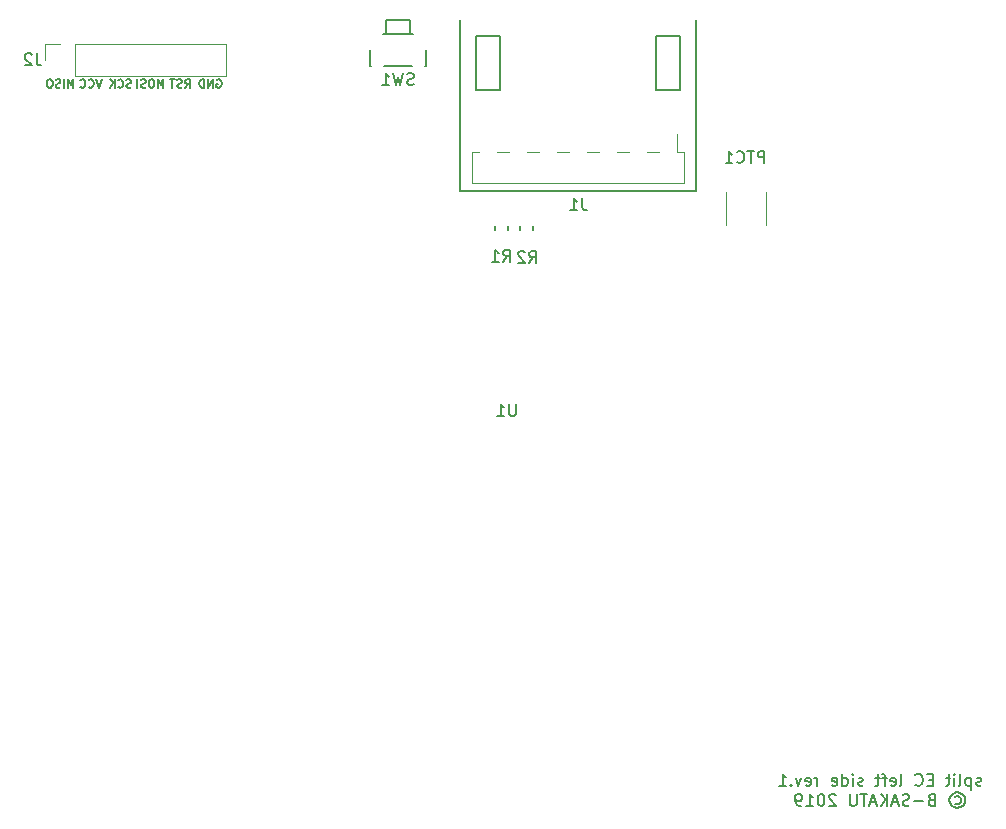
<source format=gbo>
G04 #@! TF.GenerationSoftware,KiCad,Pcbnew,(5.1.0-0)*
G04 #@! TF.CreationDate,2019-05-12T16:12:14+09:00*
G04 #@! TF.ProjectId,split_EC_left,73706c69-745f-4454-935f-6c6566742e6b,rev?*
G04 #@! TF.SameCoordinates,Original*
G04 #@! TF.FileFunction,Legend,Bot*
G04 #@! TF.FilePolarity,Positive*
%FSLAX46Y46*%
G04 Gerber Fmt 4.6, Leading zero omitted, Abs format (unit mm)*
G04 Created by KiCad (PCBNEW (5.1.0-0)) date 2019-05-12 16:12:14*
%MOMM*%
%LPD*%
G04 APERTURE LIST*
%ADD10C,0.200000*%
%ADD11C,0.120000*%
%ADD12C,0.150000*%
G04 APERTURE END LIST*
D10*
X153047619Y-105379761D02*
X152952380Y-105427380D01*
X152761904Y-105427380D01*
X152666666Y-105379761D01*
X152619047Y-105284523D01*
X152619047Y-105236904D01*
X152666666Y-105141666D01*
X152761904Y-105094047D01*
X152904761Y-105094047D01*
X153000000Y-105046428D01*
X153047619Y-104951190D01*
X153047619Y-104903571D01*
X153000000Y-104808333D01*
X152904761Y-104760714D01*
X152761904Y-104760714D01*
X152666666Y-104808333D01*
X152190476Y-104760714D02*
X152190476Y-105760714D01*
X152190476Y-104808333D02*
X152095238Y-104760714D01*
X151904761Y-104760714D01*
X151809523Y-104808333D01*
X151761904Y-104855952D01*
X151714285Y-104951190D01*
X151714285Y-105236904D01*
X151761904Y-105332142D01*
X151809523Y-105379761D01*
X151904761Y-105427380D01*
X152095238Y-105427380D01*
X152190476Y-105379761D01*
X151142857Y-105427380D02*
X151238095Y-105379761D01*
X151285714Y-105284523D01*
X151285714Y-104427380D01*
X150761904Y-105427380D02*
X150761904Y-104760714D01*
X150761904Y-104427380D02*
X150809523Y-104475000D01*
X150761904Y-104522619D01*
X150714285Y-104475000D01*
X150761904Y-104427380D01*
X150761904Y-104522619D01*
X150428571Y-104760714D02*
X150047619Y-104760714D01*
X150285714Y-104427380D02*
X150285714Y-105284523D01*
X150238095Y-105379761D01*
X150142857Y-105427380D01*
X150047619Y-105427380D01*
X148952380Y-104903571D02*
X148619047Y-104903571D01*
X148476190Y-105427380D02*
X148952380Y-105427380D01*
X148952380Y-104427380D01*
X148476190Y-104427380D01*
X147476190Y-105332142D02*
X147523809Y-105379761D01*
X147666666Y-105427380D01*
X147761904Y-105427380D01*
X147904761Y-105379761D01*
X148000000Y-105284523D01*
X148047619Y-105189285D01*
X148095238Y-104998809D01*
X148095238Y-104855952D01*
X148047619Y-104665476D01*
X148000000Y-104570238D01*
X147904761Y-104475000D01*
X147761904Y-104427380D01*
X147666666Y-104427380D01*
X147523809Y-104475000D01*
X147476190Y-104522619D01*
X146142857Y-105427380D02*
X146238095Y-105379761D01*
X146285714Y-105284523D01*
X146285714Y-104427380D01*
X145380952Y-105379761D02*
X145476190Y-105427380D01*
X145666666Y-105427380D01*
X145761904Y-105379761D01*
X145809523Y-105284523D01*
X145809523Y-104903571D01*
X145761904Y-104808333D01*
X145666666Y-104760714D01*
X145476190Y-104760714D01*
X145380952Y-104808333D01*
X145333333Y-104903571D01*
X145333333Y-104998809D01*
X145809523Y-105094047D01*
X145047619Y-104760714D02*
X144666666Y-104760714D01*
X144904761Y-105427380D02*
X144904761Y-104570238D01*
X144857142Y-104475000D01*
X144761904Y-104427380D01*
X144666666Y-104427380D01*
X144476190Y-104760714D02*
X144095238Y-104760714D01*
X144333333Y-104427380D02*
X144333333Y-105284523D01*
X144285714Y-105379761D01*
X144190476Y-105427380D01*
X144095238Y-105427380D01*
X143047619Y-105379761D02*
X142952380Y-105427380D01*
X142761904Y-105427380D01*
X142666666Y-105379761D01*
X142619047Y-105284523D01*
X142619047Y-105236904D01*
X142666666Y-105141666D01*
X142761904Y-105094047D01*
X142904761Y-105094047D01*
X143000000Y-105046428D01*
X143047619Y-104951190D01*
X143047619Y-104903571D01*
X143000000Y-104808333D01*
X142904761Y-104760714D01*
X142761904Y-104760714D01*
X142666666Y-104808333D01*
X142190476Y-105427380D02*
X142190476Y-104760714D01*
X142190476Y-104427380D02*
X142238095Y-104475000D01*
X142190476Y-104522619D01*
X142142857Y-104475000D01*
X142190476Y-104427380D01*
X142190476Y-104522619D01*
X141285714Y-105427380D02*
X141285714Y-104427380D01*
X141285714Y-105379761D02*
X141380952Y-105427380D01*
X141571428Y-105427380D01*
X141666666Y-105379761D01*
X141714285Y-105332142D01*
X141761904Y-105236904D01*
X141761904Y-104951190D01*
X141714285Y-104855952D01*
X141666666Y-104808333D01*
X141571428Y-104760714D01*
X141380952Y-104760714D01*
X141285714Y-104808333D01*
X140428571Y-105379761D02*
X140523809Y-105427380D01*
X140714285Y-105427380D01*
X140809523Y-105379761D01*
X140857142Y-105284523D01*
X140857142Y-104903571D01*
X140809523Y-104808333D01*
X140714285Y-104760714D01*
X140523809Y-104760714D01*
X140428571Y-104808333D01*
X140380952Y-104903571D01*
X140380952Y-104998809D01*
X140857142Y-105094047D01*
X139190476Y-105427380D02*
X139190476Y-104760714D01*
X139190476Y-104951190D02*
X139142857Y-104855952D01*
X139095238Y-104808333D01*
X139000000Y-104760714D01*
X138904761Y-104760714D01*
X138190476Y-105379761D02*
X138285714Y-105427380D01*
X138476190Y-105427380D01*
X138571428Y-105379761D01*
X138619047Y-105284523D01*
X138619047Y-104903571D01*
X138571428Y-104808333D01*
X138476190Y-104760714D01*
X138285714Y-104760714D01*
X138190476Y-104808333D01*
X138142857Y-104903571D01*
X138142857Y-104998809D01*
X138619047Y-105094047D01*
X137809523Y-104760714D02*
X137571428Y-105427380D01*
X137333333Y-104760714D01*
X136952380Y-105332142D02*
X136904761Y-105379761D01*
X136952380Y-105427380D01*
X137000000Y-105379761D01*
X136952380Y-105332142D01*
X136952380Y-105427380D01*
X135952380Y-105427380D02*
X136523809Y-105427380D01*
X136238095Y-105427380D02*
X136238095Y-104427380D01*
X136333333Y-104570238D01*
X136428571Y-104665476D01*
X136523809Y-104713095D01*
X150833333Y-106365476D02*
X150928571Y-106317857D01*
X151119047Y-106317857D01*
X151214285Y-106365476D01*
X151309523Y-106460714D01*
X151357142Y-106555952D01*
X151357142Y-106746428D01*
X151309523Y-106841666D01*
X151214285Y-106936904D01*
X151119047Y-106984523D01*
X150928571Y-106984523D01*
X150833333Y-106936904D01*
X151023809Y-105984523D02*
X151261904Y-106032142D01*
X151500000Y-106175000D01*
X151642857Y-106413095D01*
X151690476Y-106651190D01*
X151642857Y-106889285D01*
X151500000Y-107127380D01*
X151261904Y-107270238D01*
X151023809Y-107317857D01*
X150785714Y-107270238D01*
X150547619Y-107127380D01*
X150404761Y-106889285D01*
X150357142Y-106651190D01*
X150404761Y-106413095D01*
X150547619Y-106175000D01*
X150785714Y-106032142D01*
X151023809Y-105984523D01*
X148833333Y-106603571D02*
X148690476Y-106651190D01*
X148642857Y-106698809D01*
X148595238Y-106794047D01*
X148595238Y-106936904D01*
X148642857Y-107032142D01*
X148690476Y-107079761D01*
X148785714Y-107127380D01*
X149166666Y-107127380D01*
X149166666Y-106127380D01*
X148833333Y-106127380D01*
X148738095Y-106175000D01*
X148690476Y-106222619D01*
X148642857Y-106317857D01*
X148642857Y-106413095D01*
X148690476Y-106508333D01*
X148738095Y-106555952D01*
X148833333Y-106603571D01*
X149166666Y-106603571D01*
X148166666Y-106746428D02*
X147404761Y-106746428D01*
X146976190Y-107079761D02*
X146833333Y-107127380D01*
X146595238Y-107127380D01*
X146500000Y-107079761D01*
X146452380Y-107032142D01*
X146404761Y-106936904D01*
X146404761Y-106841666D01*
X146452380Y-106746428D01*
X146500000Y-106698809D01*
X146595238Y-106651190D01*
X146785714Y-106603571D01*
X146880952Y-106555952D01*
X146928571Y-106508333D01*
X146976190Y-106413095D01*
X146976190Y-106317857D01*
X146928571Y-106222619D01*
X146880952Y-106175000D01*
X146785714Y-106127380D01*
X146547619Y-106127380D01*
X146404761Y-106175000D01*
X146023809Y-106841666D02*
X145547619Y-106841666D01*
X146119047Y-107127380D02*
X145785714Y-106127380D01*
X145452380Y-107127380D01*
X145119047Y-107127380D02*
X145119047Y-106127380D01*
X144547619Y-107127380D02*
X144976190Y-106555952D01*
X144547619Y-106127380D02*
X145119047Y-106698809D01*
X144166666Y-106841666D02*
X143690476Y-106841666D01*
X144261904Y-107127380D02*
X143928571Y-106127380D01*
X143595238Y-107127380D01*
X143404761Y-106127380D02*
X142833333Y-106127380D01*
X143119047Y-107127380D02*
X143119047Y-106127380D01*
X142500000Y-106127380D02*
X142500000Y-106936904D01*
X142452380Y-107032142D01*
X142404761Y-107079761D01*
X142309523Y-107127380D01*
X142119047Y-107127380D01*
X142023809Y-107079761D01*
X141976190Y-107032142D01*
X141928571Y-106936904D01*
X141928571Y-106127380D01*
X140738095Y-106222619D02*
X140690476Y-106175000D01*
X140595238Y-106127380D01*
X140357142Y-106127380D01*
X140261904Y-106175000D01*
X140214285Y-106222619D01*
X140166666Y-106317857D01*
X140166666Y-106413095D01*
X140214285Y-106555952D01*
X140785714Y-107127380D01*
X140166666Y-107127380D01*
X139547619Y-106127380D02*
X139452380Y-106127380D01*
X139357142Y-106175000D01*
X139309523Y-106222619D01*
X139261904Y-106317857D01*
X139214285Y-106508333D01*
X139214285Y-106746428D01*
X139261904Y-106936904D01*
X139309523Y-107032142D01*
X139357142Y-107079761D01*
X139452380Y-107127380D01*
X139547619Y-107127380D01*
X139642857Y-107079761D01*
X139690476Y-107032142D01*
X139738095Y-106936904D01*
X139785714Y-106746428D01*
X139785714Y-106508333D01*
X139738095Y-106317857D01*
X139690476Y-106222619D01*
X139642857Y-106175000D01*
X139547619Y-106127380D01*
X138261904Y-107127380D02*
X138833333Y-107127380D01*
X138547619Y-107127380D02*
X138547619Y-106127380D01*
X138642857Y-106270238D01*
X138738095Y-106365476D01*
X138833333Y-106413095D01*
X137785714Y-107127380D02*
X137595238Y-107127380D01*
X137500000Y-107079761D01*
X137452380Y-107032142D01*
X137357142Y-106889285D01*
X137309523Y-106698809D01*
X137309523Y-106317857D01*
X137357142Y-106222619D01*
X137404761Y-106175000D01*
X137500000Y-106127380D01*
X137690476Y-106127380D01*
X137785714Y-106175000D01*
X137833333Y-106222619D01*
X137880952Y-106317857D01*
X137880952Y-106555952D01*
X137833333Y-106651190D01*
X137785714Y-106698809D01*
X137690476Y-106746428D01*
X137500000Y-106746428D01*
X137404761Y-106698809D01*
X137357142Y-106651190D01*
X137309523Y-106555952D01*
D11*
X134860000Y-55138748D02*
X134860000Y-57911252D01*
X131440000Y-55138748D02*
X131440000Y-57911252D01*
D12*
X113025000Y-58371267D02*
X113025000Y-58028733D01*
X111925000Y-58371267D02*
X111925000Y-58028733D01*
X114025000Y-58396267D02*
X114025000Y-58053733D01*
X115125000Y-58396267D02*
X115125000Y-58053733D01*
X101275000Y-44500000D02*
X101275000Y-43100000D01*
X101425000Y-44500000D02*
X101275000Y-44500000D01*
X106075000Y-44500000D02*
X106075000Y-43100000D01*
X105975000Y-44500000D02*
X106075000Y-44500000D01*
X104975000Y-41800000D02*
X102375000Y-41800000D01*
X102475000Y-44500000D02*
X104875000Y-44500000D01*
X102675000Y-40600000D02*
X102675000Y-41800000D01*
X104675000Y-40600000D02*
X102675000Y-40600000D01*
X104675000Y-41800000D02*
X104675000Y-40600000D01*
D11*
X110515000Y-51760000D02*
X109975000Y-51760000D01*
X113085000Y-51770000D02*
X112085000Y-51770000D01*
X115625000Y-51770000D02*
X114625000Y-51770000D01*
X118165000Y-51770000D02*
X117165000Y-51770000D01*
X120705000Y-51770000D02*
X119705000Y-51770000D01*
X123245000Y-51770000D02*
X122245000Y-51770000D01*
X127875000Y-54430000D02*
X127875000Y-51770000D01*
X109975000Y-54430000D02*
X109975000Y-51770000D01*
X127875000Y-54430000D02*
X109975000Y-54430000D01*
X127305000Y-51770000D02*
X127305000Y-50250000D01*
X127875000Y-51770000D02*
X127305000Y-51770000D01*
X125785000Y-51770000D02*
X124785000Y-51770000D01*
D12*
X128925000Y-40600000D02*
X128925000Y-55100000D01*
X108925000Y-40600000D02*
X108925000Y-55100000D01*
X108925000Y-55100000D02*
X128925000Y-55100000D01*
X127545000Y-41940000D02*
X127545000Y-46480000D01*
X127545000Y-46480000D02*
X125545000Y-46480000D01*
X125545000Y-46480000D02*
X125545000Y-41940000D01*
X125545000Y-41940000D02*
X127545000Y-41940000D01*
X112305000Y-41940000D02*
X112305000Y-46480000D01*
X112305000Y-46480000D02*
X110305000Y-46480000D01*
X110305000Y-46480000D02*
X110305000Y-41940000D01*
X110305000Y-41940000D02*
X112305000Y-41940000D01*
D11*
X73770000Y-42645000D02*
X73770000Y-43975000D01*
X75100000Y-42645000D02*
X73770000Y-42645000D01*
X76370000Y-42645000D02*
X89130000Y-42645000D01*
X76370000Y-45305000D02*
X76370000Y-42645000D01*
X89130000Y-45305000D02*
X76370000Y-45305000D01*
X89130000Y-42645000D02*
X89130000Y-45305000D01*
D12*
X134694047Y-52702380D02*
X134694047Y-51702380D01*
X134313095Y-51702380D01*
X134217857Y-51750000D01*
X134170238Y-51797619D01*
X134122619Y-51892857D01*
X134122619Y-52035714D01*
X134170238Y-52130952D01*
X134217857Y-52178571D01*
X134313095Y-52226190D01*
X134694047Y-52226190D01*
X133836904Y-51702380D02*
X133265476Y-51702380D01*
X133551190Y-52702380D02*
X133551190Y-51702380D01*
X132360714Y-52607142D02*
X132408333Y-52654761D01*
X132551190Y-52702380D01*
X132646428Y-52702380D01*
X132789285Y-52654761D01*
X132884523Y-52559523D01*
X132932142Y-52464285D01*
X132979761Y-52273809D01*
X132979761Y-52130952D01*
X132932142Y-51940476D01*
X132884523Y-51845238D01*
X132789285Y-51750000D01*
X132646428Y-51702380D01*
X132551190Y-51702380D01*
X132408333Y-51750000D01*
X132360714Y-51797619D01*
X131408333Y-52702380D02*
X131979761Y-52702380D01*
X131694047Y-52702380D02*
X131694047Y-51702380D01*
X131789285Y-51845238D01*
X131884523Y-51940476D01*
X131979761Y-51988095D01*
X112591666Y-61052380D02*
X112925000Y-60576190D01*
X113163095Y-61052380D02*
X113163095Y-60052380D01*
X112782142Y-60052380D01*
X112686904Y-60100000D01*
X112639285Y-60147619D01*
X112591666Y-60242857D01*
X112591666Y-60385714D01*
X112639285Y-60480952D01*
X112686904Y-60528571D01*
X112782142Y-60576190D01*
X113163095Y-60576190D01*
X111639285Y-61052380D02*
X112210714Y-61052380D01*
X111925000Y-61052380D02*
X111925000Y-60052380D01*
X112020238Y-60195238D01*
X112115476Y-60290476D01*
X112210714Y-60338095D01*
X114791666Y-61152380D02*
X115125000Y-60676190D01*
X115363095Y-61152380D02*
X115363095Y-60152380D01*
X114982142Y-60152380D01*
X114886904Y-60200000D01*
X114839285Y-60247619D01*
X114791666Y-60342857D01*
X114791666Y-60485714D01*
X114839285Y-60580952D01*
X114886904Y-60628571D01*
X114982142Y-60676190D01*
X115363095Y-60676190D01*
X114410714Y-60247619D02*
X114363095Y-60200000D01*
X114267857Y-60152380D01*
X114029761Y-60152380D01*
X113934523Y-60200000D01*
X113886904Y-60247619D01*
X113839285Y-60342857D01*
X113839285Y-60438095D01*
X113886904Y-60580952D01*
X114458333Y-61152380D01*
X113839285Y-61152380D01*
X105008333Y-46054761D02*
X104865476Y-46102380D01*
X104627380Y-46102380D01*
X104532142Y-46054761D01*
X104484523Y-46007142D01*
X104436904Y-45911904D01*
X104436904Y-45816666D01*
X104484523Y-45721428D01*
X104532142Y-45673809D01*
X104627380Y-45626190D01*
X104817857Y-45578571D01*
X104913095Y-45530952D01*
X104960714Y-45483333D01*
X105008333Y-45388095D01*
X105008333Y-45292857D01*
X104960714Y-45197619D01*
X104913095Y-45150000D01*
X104817857Y-45102380D01*
X104579761Y-45102380D01*
X104436904Y-45150000D01*
X104103571Y-45102380D02*
X103865476Y-46102380D01*
X103675000Y-45388095D01*
X103484523Y-46102380D01*
X103246428Y-45102380D01*
X102341666Y-46102380D02*
X102913095Y-46102380D01*
X102627380Y-46102380D02*
X102627380Y-45102380D01*
X102722619Y-45245238D01*
X102817857Y-45340476D01*
X102913095Y-45388095D01*
X119258333Y-55702380D02*
X119258333Y-56416666D01*
X119305952Y-56559523D01*
X119401190Y-56654761D01*
X119544047Y-56702380D01*
X119639285Y-56702380D01*
X118258333Y-56702380D02*
X118829761Y-56702380D01*
X118544047Y-56702380D02*
X118544047Y-55702380D01*
X118639285Y-55845238D01*
X118734523Y-55940476D01*
X118829761Y-55988095D01*
X73083333Y-43427380D02*
X73083333Y-44141666D01*
X73130952Y-44284523D01*
X73226190Y-44379761D01*
X73369047Y-44427380D01*
X73464285Y-44427380D01*
X72654761Y-43522619D02*
X72607142Y-43475000D01*
X72511904Y-43427380D01*
X72273809Y-43427380D01*
X72178571Y-43475000D01*
X72130952Y-43522619D01*
X72083333Y-43617857D01*
X72083333Y-43713095D01*
X72130952Y-43855952D01*
X72702380Y-44427380D01*
X72083333Y-44427380D01*
X76200000Y-46323666D02*
X76200000Y-45623666D01*
X75966666Y-46123666D01*
X75733333Y-45623666D01*
X75733333Y-46323666D01*
X75400000Y-46323666D02*
X75400000Y-45623666D01*
X75100000Y-46290333D02*
X75000000Y-46323666D01*
X74833333Y-46323666D01*
X74766666Y-46290333D01*
X74733333Y-46257000D01*
X74700000Y-46190333D01*
X74700000Y-46123666D01*
X74733333Y-46057000D01*
X74766666Y-46023666D01*
X74833333Y-45990333D01*
X74966666Y-45957000D01*
X75033333Y-45923666D01*
X75066666Y-45890333D01*
X75100000Y-45823666D01*
X75100000Y-45757000D01*
X75066666Y-45690333D01*
X75033333Y-45657000D01*
X74966666Y-45623666D01*
X74800000Y-45623666D01*
X74700000Y-45657000D01*
X74266666Y-45623666D02*
X74133333Y-45623666D01*
X74066666Y-45657000D01*
X74000000Y-45723666D01*
X73966666Y-45857000D01*
X73966666Y-46090333D01*
X74000000Y-46223666D01*
X74066666Y-46290333D01*
X74133333Y-46323666D01*
X74266666Y-46323666D01*
X74333333Y-46290333D01*
X74400000Y-46223666D01*
X74433333Y-46090333D01*
X74433333Y-45857000D01*
X74400000Y-45723666D01*
X74333333Y-45657000D01*
X74266666Y-45623666D01*
X78573333Y-45623666D02*
X78340000Y-46323666D01*
X78106666Y-45623666D01*
X77473333Y-46257000D02*
X77506666Y-46290333D01*
X77606666Y-46323666D01*
X77673333Y-46323666D01*
X77773333Y-46290333D01*
X77840000Y-46223666D01*
X77873333Y-46157000D01*
X77906666Y-46023666D01*
X77906666Y-45923666D01*
X77873333Y-45790333D01*
X77840000Y-45723666D01*
X77773333Y-45657000D01*
X77673333Y-45623666D01*
X77606666Y-45623666D01*
X77506666Y-45657000D01*
X77473333Y-45690333D01*
X76773333Y-46257000D02*
X76806666Y-46290333D01*
X76906666Y-46323666D01*
X76973333Y-46323666D01*
X77073333Y-46290333D01*
X77140000Y-46223666D01*
X77173333Y-46157000D01*
X77206666Y-46023666D01*
X77206666Y-45923666D01*
X77173333Y-45790333D01*
X77140000Y-45723666D01*
X77073333Y-45657000D01*
X76973333Y-45623666D01*
X76906666Y-45623666D01*
X76806666Y-45657000D01*
X76773333Y-45690333D01*
X81080000Y-46290333D02*
X80980000Y-46323666D01*
X80813333Y-46323666D01*
X80746666Y-46290333D01*
X80713333Y-46257000D01*
X80680000Y-46190333D01*
X80680000Y-46123666D01*
X80713333Y-46057000D01*
X80746666Y-46023666D01*
X80813333Y-45990333D01*
X80946666Y-45957000D01*
X81013333Y-45923666D01*
X81046666Y-45890333D01*
X81080000Y-45823666D01*
X81080000Y-45757000D01*
X81046666Y-45690333D01*
X81013333Y-45657000D01*
X80946666Y-45623666D01*
X80780000Y-45623666D01*
X80680000Y-45657000D01*
X79980000Y-46257000D02*
X80013333Y-46290333D01*
X80113333Y-46323666D01*
X80180000Y-46323666D01*
X80280000Y-46290333D01*
X80346666Y-46223666D01*
X80380000Y-46157000D01*
X80413333Y-46023666D01*
X80413333Y-45923666D01*
X80380000Y-45790333D01*
X80346666Y-45723666D01*
X80280000Y-45657000D01*
X80180000Y-45623666D01*
X80113333Y-45623666D01*
X80013333Y-45657000D01*
X79980000Y-45690333D01*
X79680000Y-46323666D02*
X79680000Y-45623666D01*
X79280000Y-46323666D02*
X79580000Y-45923666D01*
X79280000Y-45623666D02*
X79680000Y-46023666D01*
X83820000Y-46323666D02*
X83820000Y-45623666D01*
X83586666Y-46123666D01*
X83353333Y-45623666D01*
X83353333Y-46323666D01*
X82886666Y-45623666D02*
X82753333Y-45623666D01*
X82686666Y-45657000D01*
X82620000Y-45723666D01*
X82586666Y-45857000D01*
X82586666Y-46090333D01*
X82620000Y-46223666D01*
X82686666Y-46290333D01*
X82753333Y-46323666D01*
X82886666Y-46323666D01*
X82953333Y-46290333D01*
X83020000Y-46223666D01*
X83053333Y-46090333D01*
X83053333Y-45857000D01*
X83020000Y-45723666D01*
X82953333Y-45657000D01*
X82886666Y-45623666D01*
X82320000Y-46290333D02*
X82220000Y-46323666D01*
X82053333Y-46323666D01*
X81986666Y-46290333D01*
X81953333Y-46257000D01*
X81920000Y-46190333D01*
X81920000Y-46123666D01*
X81953333Y-46057000D01*
X81986666Y-46023666D01*
X82053333Y-45990333D01*
X82186666Y-45957000D01*
X82253333Y-45923666D01*
X82286666Y-45890333D01*
X82320000Y-45823666D01*
X82320000Y-45757000D01*
X82286666Y-45690333D01*
X82253333Y-45657000D01*
X82186666Y-45623666D01*
X82020000Y-45623666D01*
X81920000Y-45657000D01*
X81620000Y-46323666D02*
X81620000Y-45623666D01*
X85643333Y-46323666D02*
X85876666Y-45990333D01*
X86043333Y-46323666D02*
X86043333Y-45623666D01*
X85776666Y-45623666D01*
X85710000Y-45657000D01*
X85676666Y-45690333D01*
X85643333Y-45757000D01*
X85643333Y-45857000D01*
X85676666Y-45923666D01*
X85710000Y-45957000D01*
X85776666Y-45990333D01*
X86043333Y-45990333D01*
X85376666Y-46290333D02*
X85276666Y-46323666D01*
X85110000Y-46323666D01*
X85043333Y-46290333D01*
X85010000Y-46257000D01*
X84976666Y-46190333D01*
X84976666Y-46123666D01*
X85010000Y-46057000D01*
X85043333Y-46023666D01*
X85110000Y-45990333D01*
X85243333Y-45957000D01*
X85310000Y-45923666D01*
X85343333Y-45890333D01*
X85376666Y-45823666D01*
X85376666Y-45757000D01*
X85343333Y-45690333D01*
X85310000Y-45657000D01*
X85243333Y-45623666D01*
X85076666Y-45623666D01*
X84976666Y-45657000D01*
X84776666Y-45623666D02*
X84376666Y-45623666D01*
X84576666Y-46323666D02*
X84576666Y-45623666D01*
X88333333Y-45657000D02*
X88400000Y-45623666D01*
X88500000Y-45623666D01*
X88600000Y-45657000D01*
X88666666Y-45723666D01*
X88700000Y-45790333D01*
X88733333Y-45923666D01*
X88733333Y-46023666D01*
X88700000Y-46157000D01*
X88666666Y-46223666D01*
X88600000Y-46290333D01*
X88500000Y-46323666D01*
X88433333Y-46323666D01*
X88333333Y-46290333D01*
X88300000Y-46257000D01*
X88300000Y-46023666D01*
X88433333Y-46023666D01*
X88000000Y-46323666D02*
X88000000Y-45623666D01*
X87600000Y-46323666D01*
X87600000Y-45623666D01*
X87266666Y-46323666D02*
X87266666Y-45623666D01*
X87100000Y-45623666D01*
X87000000Y-45657000D01*
X86933333Y-45723666D01*
X86900000Y-45790333D01*
X86866666Y-45923666D01*
X86866666Y-46023666D01*
X86900000Y-46157000D01*
X86933333Y-46223666D01*
X87000000Y-46290333D01*
X87100000Y-46323666D01*
X87266666Y-46323666D01*
X113661904Y-73102380D02*
X113661904Y-73911904D01*
X113614285Y-74007142D01*
X113566666Y-74054761D01*
X113471428Y-74102380D01*
X113280952Y-74102380D01*
X113185714Y-74054761D01*
X113138095Y-74007142D01*
X113090476Y-73911904D01*
X113090476Y-73102380D01*
X112090476Y-74102380D02*
X112661904Y-74102380D01*
X112376190Y-74102380D02*
X112376190Y-73102380D01*
X112471428Y-73245238D01*
X112566666Y-73340476D01*
X112661904Y-73388095D01*
M02*

</source>
